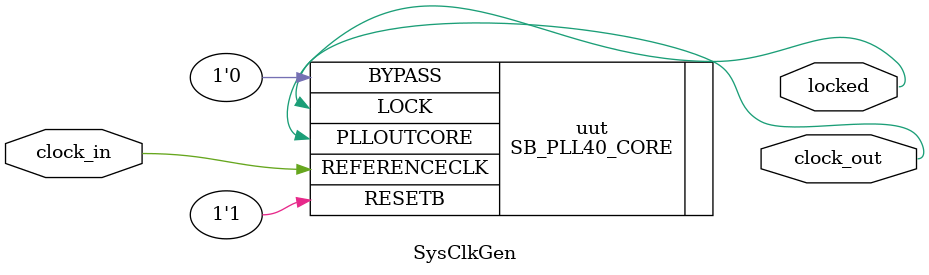
<source format=sv>
/**
 * PLL configuration
 *
 * This Verilog module was generated automatically
 * using the icepll tool from the IceStorm project.
 * Use at your own risk.
 *
 * Given input frequency:       100.000 MHz
 * Requested output frequency:   16.000 MHz
 * Achieved output frequency:    16.016 MHz
 */

module SysClkGen(
	input  clock_in,
	output clock_out,
	output locked
	);

SB_PLL40_CORE #(
		.FEEDBACK_PATH("SIMPLE"),
		.DIVR(4'b0011),		// DIVR =  3
		.DIVF(7'b0101000),	// DIVF = 40
		.DIVQ(3'b110),		// DIVQ =  6
		.FILTER_RANGE(3'b010)	// FILTER_RANGE = 2
	) uut (
		.LOCK(locked),
		.RESETB(1'b1),
		.BYPASS(1'b0),
		.REFERENCECLK(clock_in),
		.PLLOUTCORE(clock_out)
		);

endmodule

</source>
